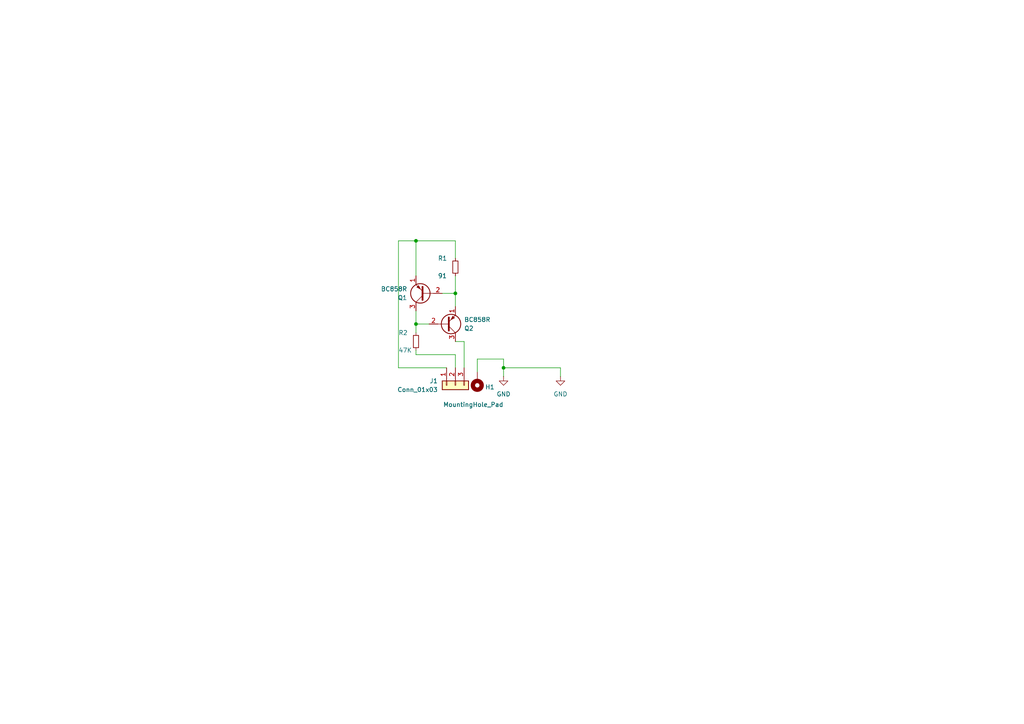
<source format=kicad_sch>
(kicad_sch
	(version 20250114)
	(generator "eeschema")
	(generator_version "9.0")
	(uuid "d92ed60b-028c-46eb-95c7-146ca5fe5ebd")
	(paper "A4")
	(lib_symbols
		(symbol "Connector_Generic:Conn_01x03"
			(pin_names
				(offset 1.016)
				(hide yes)
			)
			(exclude_from_sim no)
			(in_bom yes)
			(on_board yes)
			(property "Reference" "J"
				(at 0 5.08 0)
				(effects
					(font
						(size 1.27 1.27)
					)
				)
			)
			(property "Value" "Conn_01x03"
				(at 0 -5.08 0)
				(effects
					(font
						(size 1.27 1.27)
					)
				)
			)
			(property "Footprint" ""
				(at 0 0 0)
				(effects
					(font
						(size 1.27 1.27)
					)
					(hide yes)
				)
			)
			(property "Datasheet" "~"
				(at 0 0 0)
				(effects
					(font
						(size 1.27 1.27)
					)
					(hide yes)
				)
			)
			(property "Description" "Generic connector, single row, 01x03, script generated (kicad-library-utils/schlib/autogen/connector/)"
				(at 0 0 0)
				(effects
					(font
						(size 1.27 1.27)
					)
					(hide yes)
				)
			)
			(property "ki_keywords" "connector"
				(at 0 0 0)
				(effects
					(font
						(size 1.27 1.27)
					)
					(hide yes)
				)
			)
			(property "ki_fp_filters" "Connector*:*_1x??_*"
				(at 0 0 0)
				(effects
					(font
						(size 1.27 1.27)
					)
					(hide yes)
				)
			)
			(symbol "Conn_01x03_1_1"
				(rectangle
					(start -1.27 3.81)
					(end 1.27 -3.81)
					(stroke
						(width 0.254)
						(type default)
					)
					(fill
						(type background)
					)
				)
				(rectangle
					(start -1.27 2.667)
					(end 0 2.413)
					(stroke
						(width 0.1524)
						(type default)
					)
					(fill
						(type none)
					)
				)
				(rectangle
					(start -1.27 0.127)
					(end 0 -0.127)
					(stroke
						(width 0.1524)
						(type default)
					)
					(fill
						(type none)
					)
				)
				(rectangle
					(start -1.27 -2.413)
					(end 0 -2.667)
					(stroke
						(width 0.1524)
						(type default)
					)
					(fill
						(type none)
					)
				)
				(pin passive line
					(at -5.08 2.54 0)
					(length 3.81)
					(name "Pin_1"
						(effects
							(font
								(size 1.27 1.27)
							)
						)
					)
					(number "1"
						(effects
							(font
								(size 1.27 1.27)
							)
						)
					)
				)
				(pin passive line
					(at -5.08 0 0)
					(length 3.81)
					(name "Pin_2"
						(effects
							(font
								(size 1.27 1.27)
							)
						)
					)
					(number "2"
						(effects
							(font
								(size 1.27 1.27)
							)
						)
					)
				)
				(pin passive line
					(at -5.08 -2.54 0)
					(length 3.81)
					(name "Pin_3"
						(effects
							(font
								(size 1.27 1.27)
							)
						)
					)
					(number "3"
						(effects
							(font
								(size 1.27 1.27)
							)
						)
					)
				)
			)
			(embedded_fonts no)
		)
		(symbol "Device:R_Small"
			(pin_numbers
				(hide yes)
			)
			(pin_names
				(offset 0.254)
				(hide yes)
			)
			(exclude_from_sim no)
			(in_bom yes)
			(on_board yes)
			(property "Reference" "R"
				(at 0 0 90)
				(effects
					(font
						(size 1.016 1.016)
					)
				)
			)
			(property "Value" "R_Small"
				(at 1.778 0 90)
				(effects
					(font
						(size 1.27 1.27)
					)
				)
			)
			(property "Footprint" ""
				(at 0 0 0)
				(effects
					(font
						(size 1.27 1.27)
					)
					(hide yes)
				)
			)
			(property "Datasheet" "~"
				(at 0 0 0)
				(effects
					(font
						(size 1.27 1.27)
					)
					(hide yes)
				)
			)
			(property "Description" "Resistor, small symbol"
				(at 0 0 0)
				(effects
					(font
						(size 1.27 1.27)
					)
					(hide yes)
				)
			)
			(property "ki_keywords" "R resistor"
				(at 0 0 0)
				(effects
					(font
						(size 1.27 1.27)
					)
					(hide yes)
				)
			)
			(property "ki_fp_filters" "R_*"
				(at 0 0 0)
				(effects
					(font
						(size 1.27 1.27)
					)
					(hide yes)
				)
			)
			(symbol "R_Small_0_1"
				(rectangle
					(start -0.762 1.778)
					(end 0.762 -1.778)
					(stroke
						(width 0.2032)
						(type default)
					)
					(fill
						(type none)
					)
				)
			)
			(symbol "R_Small_1_1"
				(pin passive line
					(at 0 2.54 270)
					(length 0.762)
					(name "~"
						(effects
							(font
								(size 1.27 1.27)
							)
						)
					)
					(number "1"
						(effects
							(font
								(size 1.27 1.27)
							)
						)
					)
				)
				(pin passive line
					(at 0 -2.54 90)
					(length 0.762)
					(name "~"
						(effects
							(font
								(size 1.27 1.27)
							)
						)
					)
					(number "2"
						(effects
							(font
								(size 1.27 1.27)
							)
						)
					)
				)
			)
			(embedded_fonts no)
		)
		(symbol "Mechanical:MountingHole_Pad"
			(pin_numbers
				(hide yes)
			)
			(pin_names
				(offset 1.016)
				(hide yes)
			)
			(exclude_from_sim no)
			(in_bom no)
			(on_board yes)
			(property "Reference" "H"
				(at 0 6.35 0)
				(effects
					(font
						(size 1.27 1.27)
					)
				)
			)
			(property "Value" "MountingHole_Pad"
				(at 0 4.445 0)
				(effects
					(font
						(size 1.27 1.27)
					)
				)
			)
			(property "Footprint" ""
				(at 0 0 0)
				(effects
					(font
						(size 1.27 1.27)
					)
					(hide yes)
				)
			)
			(property "Datasheet" "~"
				(at 0 0 0)
				(effects
					(font
						(size 1.27 1.27)
					)
					(hide yes)
				)
			)
			(property "Description" "Mounting Hole with connection"
				(at 0 0 0)
				(effects
					(font
						(size 1.27 1.27)
					)
					(hide yes)
				)
			)
			(property "ki_keywords" "mounting hole"
				(at 0 0 0)
				(effects
					(font
						(size 1.27 1.27)
					)
					(hide yes)
				)
			)
			(property "ki_fp_filters" "MountingHole*Pad*"
				(at 0 0 0)
				(effects
					(font
						(size 1.27 1.27)
					)
					(hide yes)
				)
			)
			(symbol "MountingHole_Pad_0_1"
				(circle
					(center 0 1.27)
					(radius 1.27)
					(stroke
						(width 1.27)
						(type default)
					)
					(fill
						(type none)
					)
				)
			)
			(symbol "MountingHole_Pad_1_1"
				(pin input line
					(at 0 -2.54 90)
					(length 2.54)
					(name "1"
						(effects
							(font
								(size 1.27 1.27)
							)
						)
					)
					(number "1"
						(effects
							(font
								(size 1.27 1.27)
							)
						)
					)
				)
			)
			(embedded_fonts no)
		)
		(symbol "Tranzysory_BJT:BC858R"
			(pin_names
				(offset 0)
				(hide yes)
			)
			(exclude_from_sim no)
			(in_bom yes)
			(on_board yes)
			(property "Reference" "Q"
				(at 5.08 1.27 0)
				(effects
					(font
						(size 1.27 1.27)
					)
					(justify left)
				)
			)
			(property "Value" "BC858R"
				(at 5.08 -1.27 0)
				(effects
					(font
						(size 1.27 1.27)
					)
					(justify left)
				)
			)
			(property "Footprint" "Package_TO_SOT_SMD:SOT-23"
				(at 5.08 2.54 0)
				(effects
					(font
						(size 1.27 1.27)
					)
					(hide yes)
				)
			)
			(property "Datasheet" "~"
				(at 0 0 0)
				(effects
					(font
						(size 1.27 1.27)
					)
					(hide yes)
				)
			)
			(property "Description" "PNP transistor, base/emitter/collector"
				(at 0 0 0)
				(effects
					(font
						(size 1.27 1.27)
					)
					(hide yes)
				)
			)
			(property "ki_keywords" "BJT"
				(at 0 0 0)
				(effects
					(font
						(size 1.27 1.27)
					)
					(hide yes)
				)
			)
			(symbol "BC858R_0_1"
				(polyline
					(pts
						(xy -2.54 0) (xy 0.635 0)
					)
					(stroke
						(width 0)
						(type default)
					)
					(fill
						(type none)
					)
				)
				(polyline
					(pts
						(xy 0.635 1.905) (xy 0.635 -1.905)
					)
					(stroke
						(width 0.508)
						(type default)
					)
					(fill
						(type none)
					)
				)
				(polyline
					(pts
						(xy 0.635 0.635) (xy 2.54 2.54)
					)
					(stroke
						(width 0)
						(type default)
					)
					(fill
						(type none)
					)
				)
				(polyline
					(pts
						(xy 0.635 -0.635) (xy 2.54 -2.54)
					)
					(stroke
						(width 0)
						(type default)
					)
					(fill
						(type none)
					)
				)
				(circle
					(center 1.27 0)
					(radius 2.8194)
					(stroke
						(width 0.254)
						(type default)
					)
					(fill
						(type none)
					)
				)
				(polyline
					(pts
						(xy 2.286 -1.778) (xy 1.778 -2.286) (xy 1.27 -1.27) (xy 2.286 -1.778)
					)
					(stroke
						(width 0)
						(type default)
					)
					(fill
						(type outline)
					)
				)
			)
			(symbol "BC858R_1_1"
				(pin input line
					(at -5.08 0 0)
					(length 2.54)
					(name "B"
						(effects
							(font
								(size 1.27 1.27)
							)
						)
					)
					(number "2"
						(effects
							(font
								(size 1.27 1.27)
							)
						)
					)
				)
				(pin passive line
					(at 2.54 5.08 270)
					(length 2.54)
					(name "C"
						(effects
							(font
								(size 1.27 1.27)
							)
						)
					)
					(number "3"
						(effects
							(font
								(size 1.27 1.27)
							)
						)
					)
				)
				(pin passive line
					(at 2.54 -5.08 90)
					(length 2.54)
					(name "E"
						(effects
							(font
								(size 1.27 1.27)
							)
						)
					)
					(number "1"
						(effects
							(font
								(size 1.27 1.27)
							)
						)
					)
				)
			)
			(embedded_fonts no)
		)
		(symbol "power:GND"
			(power)
			(pin_numbers
				(hide yes)
			)
			(pin_names
				(offset 0)
				(hide yes)
			)
			(exclude_from_sim no)
			(in_bom yes)
			(on_board yes)
			(property "Reference" "#PWR"
				(at 0 -6.35 0)
				(effects
					(font
						(size 1.27 1.27)
					)
					(hide yes)
				)
			)
			(property "Value" "GND"
				(at 0 -3.81 0)
				(effects
					(font
						(size 1.27 1.27)
					)
				)
			)
			(property "Footprint" ""
				(at 0 0 0)
				(effects
					(font
						(size 1.27 1.27)
					)
					(hide yes)
				)
			)
			(property "Datasheet" ""
				(at 0 0 0)
				(effects
					(font
						(size 1.27 1.27)
					)
					(hide yes)
				)
			)
			(property "Description" "Power symbol creates a global label with name \"GND\" , ground"
				(at 0 0 0)
				(effects
					(font
						(size 1.27 1.27)
					)
					(hide yes)
				)
			)
			(property "ki_keywords" "global power"
				(at 0 0 0)
				(effects
					(font
						(size 1.27 1.27)
					)
					(hide yes)
				)
			)
			(symbol "GND_0_1"
				(polyline
					(pts
						(xy 0 0) (xy 0 -1.27) (xy 1.27 -1.27) (xy 0 -2.54) (xy -1.27 -1.27) (xy 0 -1.27)
					)
					(stroke
						(width 0)
						(type default)
					)
					(fill
						(type none)
					)
				)
			)
			(symbol "GND_1_1"
				(pin power_in line
					(at 0 0 270)
					(length 0)
					(name "~"
						(effects
							(font
								(size 1.27 1.27)
							)
						)
					)
					(number "1"
						(effects
							(font
								(size 1.27 1.27)
							)
						)
					)
				)
			)
			(embedded_fonts no)
		)
	)
	(junction
		(at 120.65 93.98)
		(diameter 0)
		(color 0 0 0 0)
		(uuid "052de898-0ee9-4b1b-be83-86b15ab52a7a")
	)
	(junction
		(at 132.08 85.09)
		(diameter 0)
		(color 0 0 0 0)
		(uuid "1b0aed79-4f98-4413-899f-94c219b0d936")
	)
	(junction
		(at 146.05 106.68)
		(diameter 0)
		(color 0 0 0 0)
		(uuid "899fd2b8-1328-49d9-a2a2-54b8f6e2d463")
	)
	(junction
		(at 120.65 69.85)
		(diameter 0)
		(color 0 0 0 0)
		(uuid "e907af11-fb4f-4150-8625-d046c5e6a9c6")
	)
	(wire
		(pts
			(xy 138.43 104.14) (xy 146.05 104.14)
		)
		(stroke
			(width 0)
			(type default)
		)
		(uuid "0f72297d-0dea-44f1-ba81-d70eccb3cbf6")
	)
	(wire
		(pts
			(xy 115.57 69.85) (xy 115.57 106.68)
		)
		(stroke
			(width 0)
			(type default)
		)
		(uuid "1f4dfffb-48fd-45c3-90e3-7c065447105b")
	)
	(wire
		(pts
			(xy 146.05 109.22) (xy 146.05 106.68)
		)
		(stroke
			(width 0)
			(type default)
		)
		(uuid "2f137377-5e10-4307-acde-2bb265ad1173")
	)
	(wire
		(pts
			(xy 132.08 80.01) (xy 132.08 85.09)
		)
		(stroke
			(width 0)
			(type default)
		)
		(uuid "53b17df9-921a-4bde-abda-a36b10a1ee5f")
	)
	(wire
		(pts
			(xy 146.05 104.14) (xy 146.05 106.68)
		)
		(stroke
			(width 0)
			(type default)
		)
		(uuid "5b342619-3013-4a7c-82cc-96f17ba404c3")
	)
	(wire
		(pts
			(xy 120.65 93.98) (xy 120.65 96.52)
		)
		(stroke
			(width 0)
			(type default)
		)
		(uuid "5e8b70dc-d51e-4df9-9448-5d16b39f8d9a")
	)
	(wire
		(pts
			(xy 132.08 102.87) (xy 132.08 106.68)
		)
		(stroke
			(width 0)
			(type default)
		)
		(uuid "67a3fb92-2273-485c-9116-75bf2c3f589e")
	)
	(wire
		(pts
			(xy 120.65 69.85) (xy 132.08 69.85)
		)
		(stroke
			(width 0)
			(type default)
		)
		(uuid "692462cb-4337-4c69-9560-5ca74effad25")
	)
	(wire
		(pts
			(xy 162.56 106.68) (xy 162.56 109.22)
		)
		(stroke
			(width 0)
			(type default)
		)
		(uuid "731504f4-d92f-46c7-9b72-5d6313d693b7")
	)
	(wire
		(pts
			(xy 132.08 69.85) (xy 132.08 74.93)
		)
		(stroke
			(width 0)
			(type default)
		)
		(uuid "73e6b5df-757d-4b04-8359-ee1822d8e33a")
	)
	(wire
		(pts
			(xy 146.05 106.68) (xy 162.56 106.68)
		)
		(stroke
			(width 0)
			(type default)
		)
		(uuid "795436c7-24b1-40b2-b59e-155748ed38e6")
	)
	(wire
		(pts
			(xy 120.65 93.98) (xy 124.46 93.98)
		)
		(stroke
			(width 0)
			(type default)
		)
		(uuid "82bc7bfb-c2a0-48a6-bc8b-ecf36d8eba4a")
	)
	(wire
		(pts
			(xy 132.08 99.06) (xy 134.62 99.06)
		)
		(stroke
			(width 0)
			(type default)
		)
		(uuid "8b913258-9763-4f27-b8dc-839309ce8679")
	)
	(wire
		(pts
			(xy 134.62 99.06) (xy 134.62 106.68)
		)
		(stroke
			(width 0)
			(type default)
		)
		(uuid "a983fd1a-d7b3-4f01-8345-68a2d1feb310")
	)
	(wire
		(pts
			(xy 138.43 104.14) (xy 138.43 107.95)
		)
		(stroke
			(width 0)
			(type default)
		)
		(uuid "ae55c98a-3ad9-4fe0-938b-d98fd5c3ed72")
	)
	(wire
		(pts
			(xy 132.08 85.09) (xy 132.08 88.9)
		)
		(stroke
			(width 0)
			(type default)
		)
		(uuid "d09e729e-8e67-49cb-8420-6e497a8ee303")
	)
	(wire
		(pts
			(xy 120.65 69.85) (xy 115.57 69.85)
		)
		(stroke
			(width 0)
			(type default)
		)
		(uuid "d7d6617e-1295-4887-82f5-939ee0634942")
	)
	(wire
		(pts
			(xy 120.65 101.6) (xy 120.65 102.87)
		)
		(stroke
			(width 0)
			(type default)
		)
		(uuid "dac9b811-57d8-4df8-b773-ab0f11826eca")
	)
	(wire
		(pts
			(xy 132.08 102.87) (xy 120.65 102.87)
		)
		(stroke
			(width 0)
			(type default)
		)
		(uuid "dbc01a3b-4256-46f3-9e4e-a8247d8c6a52")
	)
	(wire
		(pts
			(xy 115.57 106.68) (xy 129.54 106.68)
		)
		(stroke
			(width 0)
			(type default)
		)
		(uuid "ddc5d2a9-ea2a-4c34-8adf-aa9aa5b9b7df")
	)
	(wire
		(pts
			(xy 120.65 69.85) (xy 120.65 80.01)
		)
		(stroke
			(width 0)
			(type default)
		)
		(uuid "de068621-5cfc-48a5-b4d1-fc8c9b533e38")
	)
	(wire
		(pts
			(xy 128.27 85.09) (xy 132.08 85.09)
		)
		(stroke
			(width 0)
			(type default)
		)
		(uuid "e90cf714-8ed1-4e9c-996a-ba953e2a0492")
	)
	(wire
		(pts
			(xy 120.65 90.17) (xy 120.65 93.98)
		)
		(stroke
			(width 0)
			(type default)
		)
		(uuid "f0a384ea-a0eb-4c48-ac62-c346e5ed9638")
	)
	(symbol
		(lib_id "power:GND")
		(at 162.56 109.22 0)
		(unit 1)
		(exclude_from_sim no)
		(in_bom yes)
		(on_board yes)
		(dnp no)
		(fields_autoplaced yes)
		(uuid "0e33749d-49ff-4053-946a-149a04a373bc")
		(property "Reference" "#PWR01"
			(at 162.56 115.57 0)
			(effects
				(font
					(size 1.27 1.27)
				)
				(hide yes)
			)
		)
		(property "Value" "GND"
			(at 162.56 114.3 0)
			(effects
				(font
					(size 1.27 1.27)
				)
			)
		)
		(property "Footprint" ""
			(at 162.56 109.22 0)
			(effects
				(font
					(size 1.27 1.27)
				)
				(hide yes)
			)
		)
		(property "Datasheet" ""
			(at 162.56 109.22 0)
			(effects
				(font
					(size 1.27 1.27)
				)
				(hide yes)
			)
		)
		(property "Description" "Power symbol creates a global label with name \"GND\" , ground"
			(at 162.56 109.22 0)
			(effects
				(font
					(size 1.27 1.27)
				)
				(hide yes)
			)
		)
		(pin "1"
			(uuid "dc37f431-66c1-4b52-b6c8-2aa8c022b4aa")
		)
		(instances
			(project ""
				(path "/d92ed60b-028c-46eb-95c7-146ca5fe5ebd"
					(reference "#PWR01")
					(unit 1)
				)
			)
		)
	)
	(symbol
		(lib_id "Tranzysory_BJT:BC858R")
		(at 123.19 85.09 180)
		(unit 1)
		(exclude_from_sim no)
		(in_bom yes)
		(on_board yes)
		(dnp no)
		(uuid "6d920f05-73d2-45d0-9a9d-328998eb2d28")
		(property "Reference" "Q1"
			(at 118.11 86.3601 0)
			(effects
				(font
					(size 1.27 1.27)
				)
				(justify left)
			)
		)
		(property "Value" "BC858R"
			(at 118.11 83.8201 0)
			(effects
				(font
					(size 1.27 1.27)
				)
				(justify left)
			)
		)
		(property "Footprint" "Package_TO_SOT_SMD:SOT-23"
			(at 118.11 87.63 0)
			(effects
				(font
					(size 1.27 1.27)
				)
				(hide yes)
			)
		)
		(property "Datasheet" "~"
			(at 123.19 85.09 0)
			(effects
				(font
					(size 1.27 1.27)
				)
				(hide yes)
			)
		)
		(property "Description" "PNP transistor, base/emitter/collector"
			(at 123.19 85.09 0)
			(effects
				(font
					(size 1.27 1.27)
				)
				(hide yes)
			)
		)
		(pin "3"
			(uuid "51c9d61c-e72e-46f1-8167-a7a1bcf62a1c")
		)
		(pin "1"
			(uuid "a7a65402-12d7-4cee-ab84-da71977950d4")
		)
		(pin "2"
			(uuid "f41b76b3-acfd-4467-892b-e15aaec0767b")
		)
		(instances
			(project ""
				(path "/d92ed60b-028c-46eb-95c7-146ca5fe5ebd"
					(reference "Q1")
					(unit 1)
				)
			)
		)
	)
	(symbol
		(lib_id "Connector_Generic:Conn_01x03")
		(at 132.08 111.76 90)
		(mirror x)
		(unit 1)
		(exclude_from_sim no)
		(in_bom yes)
		(on_board yes)
		(dnp no)
		(uuid "94d07b78-af57-4998-93c1-afae2b96694a")
		(property "Reference" "J1"
			(at 127 110.4899 90)
			(effects
				(font
					(size 1.27 1.27)
				)
				(justify left)
			)
		)
		(property "Value" "Conn_01x03"
			(at 127 113.0299 90)
			(effects
				(font
					(size 1.27 1.27)
				)
				(justify left)
			)
		)
		(property "Footprint" ""
			(at 132.08 111.76 0)
			(effects
				(font
					(size 1.27 1.27)
				)
				(hide yes)
			)
		)
		(property "Datasheet" "~"
			(at 132.08 111.76 0)
			(effects
				(font
					(size 1.27 1.27)
				)
				(hide yes)
			)
		)
		(property "Description" "Generic connector, single row, 01x03, script generated (kicad-library-utils/schlib/autogen/connector/)"
			(at 132.08 111.76 0)
			(effects
				(font
					(size 1.27 1.27)
				)
				(hide yes)
			)
		)
		(pin "3"
			(uuid "0f499b79-34ba-4319-98b4-97e2a891cf68")
		)
		(pin "1"
			(uuid "27a8335a-b10e-4669-b39f-f274fb309478")
		)
		(pin "2"
			(uuid "8d8c3162-5750-4f67-83fe-ea949f9561ee")
		)
		(instances
			(project ""
				(path "/d92ed60b-028c-46eb-95c7-146ca5fe5ebd"
					(reference "J1")
					(unit 1)
				)
			)
		)
	)
	(symbol
		(lib_id "power:GND")
		(at 146.05 109.22 0)
		(unit 1)
		(exclude_from_sim no)
		(in_bom yes)
		(on_board yes)
		(dnp no)
		(fields_autoplaced yes)
		(uuid "bb25b027-2f2f-4583-8fb2-a0d42ca5fc04")
		(property "Reference" "#PWR02"
			(at 146.05 115.57 0)
			(effects
				(font
					(size 1.27 1.27)
				)
				(hide yes)
			)
		)
		(property "Value" "GND"
			(at 146.05 114.3 0)
			(effects
				(font
					(size 1.27 1.27)
				)
			)
		)
		(property "Footprint" ""
			(at 146.05 109.22 0)
			(effects
				(font
					(size 1.27 1.27)
				)
				(hide yes)
			)
		)
		(property "Datasheet" ""
			(at 146.05 109.22 0)
			(effects
				(font
					(size 1.27 1.27)
				)
				(hide yes)
			)
		)
		(property "Description" "Power symbol creates a global label with name \"GND\" , ground"
			(at 146.05 109.22 0)
			(effects
				(font
					(size 1.27 1.27)
				)
				(hide yes)
			)
		)
		(pin "1"
			(uuid "dc37f431-66c1-4b52-b6c8-2aa8c022b4ab")
		)
		(instances
			(project ""
				(path "/d92ed60b-028c-46eb-95c7-146ca5fe5ebd"
					(reference "#PWR02")
					(unit 1)
				)
			)
		)
	)
	(symbol
		(lib_id "Tranzysory_BJT:BC858R")
		(at 129.54 93.98 0)
		(mirror x)
		(unit 1)
		(exclude_from_sim no)
		(in_bom yes)
		(on_board yes)
		(dnp no)
		(uuid "d1b640d9-18fc-4a51-a9c7-5d6e60ef4b89")
		(property "Reference" "Q2"
			(at 134.62 95.2501 0)
			(effects
				(font
					(size 1.27 1.27)
				)
				(justify left)
			)
		)
		(property "Value" "BC858R"
			(at 134.62 92.7101 0)
			(effects
				(font
					(size 1.27 1.27)
				)
				(justify left)
			)
		)
		(property "Footprint" "Package_TO_SOT_SMD:SOT-23"
			(at 134.62 96.52 0)
			(effects
				(font
					(size 1.27 1.27)
				)
				(hide yes)
			)
		)
		(property "Datasheet" "~"
			(at 129.54 93.98 0)
			(effects
				(font
					(size 1.27 1.27)
				)
				(hide yes)
			)
		)
		(property "Description" "PNP transistor, base/emitter/collector"
			(at 129.54 93.98 0)
			(effects
				(font
					(size 1.27 1.27)
				)
				(hide yes)
			)
		)
		(pin "3"
			(uuid "51c9d61c-e72e-46f1-8167-a7a1bcf62a1c")
		)
		(pin "1"
			(uuid "a7a65402-12d7-4cee-ab84-da71977950d4")
		)
		(pin "2"
			(uuid "f41b76b3-acfd-4467-892b-e15aaec0767b")
		)
		(instances
			(project ""
				(path "/d92ed60b-028c-46eb-95c7-146ca5fe5ebd"
					(reference "Q2")
					(unit 1)
				)
			)
		)
	)
	(symbol
		(lib_id "Mechanical:MountingHole_Pad")
		(at 138.43 110.49 180)
		(unit 1)
		(exclude_from_sim no)
		(in_bom no)
		(on_board yes)
		(dnp no)
		(uuid "d8a5586a-a8a6-494b-b626-9ef9c363b9e9")
		(property "Reference" "H1"
			(at 140.716 112.268 0)
			(effects
				(font
					(size 1.27 1.27)
				)
				(justify right)
			)
		)
		(property "Value" "MountingHole_Pad"
			(at 128.524 117.348 0)
			(effects
				(font
					(size 1.27 1.27)
				)
				(justify right)
			)
		)
		(property "Footprint" "Connector_Wire:SolderWire-0.5sqmm_1x01_D0.9mm_OD2.1mm"
			(at 138.43 110.49 0)
			(effects
				(font
					(size 1.27 1.27)
				)
				(hide yes)
			)
		)
		(property "Datasheet" "~"
			(at 138.43 110.49 0)
			(effects
				(font
					(size 1.27 1.27)
				)
				(hide yes)
			)
		)
		(property "Description" "Mounting Hole with connection"
			(at 138.43 110.49 0)
			(effects
				(font
					(size 1.27 1.27)
				)
				(hide yes)
			)
		)
		(pin "1"
			(uuid "aa97da38-7f55-4d60-8a66-b84e066747cc")
		)
		(instances
			(project ""
				(path "/d92ed60b-028c-46eb-95c7-146ca5fe5ebd"
					(reference "H1")
					(unit 1)
				)
			)
		)
	)
	(symbol
		(lib_id "Device:R_Small")
		(at 120.65 99.06 0)
		(unit 1)
		(exclude_from_sim no)
		(in_bom yes)
		(on_board yes)
		(dnp no)
		(uuid "d8d00690-52b9-4647-b1f4-91b4fdf4d206")
		(property "Reference" "R2"
			(at 115.57 96.52 0)
			(effects
				(font
					(size 1.27 1.27)
				)
				(justify left)
			)
		)
		(property "Value" "47K"
			(at 115.57 101.6 0)
			(effects
				(font
					(size 1.27 1.27)
				)
				(justify left)
			)
		)
		(property "Footprint" "Resistor_SMD:R_1206_3216Metric_Pad1.30x1.75mm_HandSolder"
			(at 120.65 99.06 0)
			(effects
				(font
					(size 1.27 1.27)
				)
				(hide yes)
			)
		)
		(property "Datasheet" "~"
			(at 120.65 99.06 0)
			(effects
				(font
					(size 1.27 1.27)
				)
				(hide yes)
			)
		)
		(property "Description" "Resistor, small symbol"
			(at 120.65 99.06 0)
			(effects
				(font
					(size 1.27 1.27)
				)
				(hide yes)
			)
		)
		(pin "1"
			(uuid "dabfe5e0-7f25-4c4e-8b99-1136d0659ccf")
		)
		(pin "2"
			(uuid "70a2bfcf-f154-42ae-8193-f456a60be682")
		)
		(instances
			(project "Source_VAS"
				(path "/d92ed60b-028c-46eb-95c7-146ca5fe5ebd"
					(reference "R2")
					(unit 1)
				)
			)
		)
	)
	(symbol
		(lib_id "Device:R_Small")
		(at 132.08 77.47 0)
		(unit 1)
		(exclude_from_sim no)
		(in_bom yes)
		(on_board yes)
		(dnp no)
		(uuid "e30c2ba0-723f-40f0-80ab-e8fb317ed18f")
		(property "Reference" "R1"
			(at 127 74.93 0)
			(effects
				(font
					(size 1.27 1.27)
				)
				(justify left)
			)
		)
		(property "Value" "91"
			(at 127 80.01 0)
			(effects
				(font
					(size 1.27 1.27)
				)
				(justify left)
			)
		)
		(property "Footprint" "Resistor_SMD:R_1206_3216Metric_Pad1.30x1.75mm_HandSolder"
			(at 132.08 77.47 0)
			(effects
				(font
					(size 1.27 1.27)
				)
				(hide yes)
			)
		)
		(property "Datasheet" "~"
			(at 132.08 77.47 0)
			(effects
				(font
					(size 1.27 1.27)
				)
				(hide yes)
			)
		)
		(property "Description" "Resistor, small symbol"
			(at 132.08 77.47 0)
			(effects
				(font
					(size 1.27 1.27)
				)
				(hide yes)
			)
		)
		(pin "1"
			(uuid "f30f868b-d2d7-49d4-8969-38b122598d73")
		)
		(pin "2"
			(uuid "80e80dc0-225a-4d7d-9487-896284a12257")
		)
		(instances
			(project "Source_VAS"
				(path "/d92ed60b-028c-46eb-95c7-146ca5fe5ebd"
					(reference "R1")
					(unit 1)
				)
			)
		)
	)
	(sheet_instances
		(path "/"
			(page "1")
		)
	)
	(embedded_fonts no)
)

</source>
